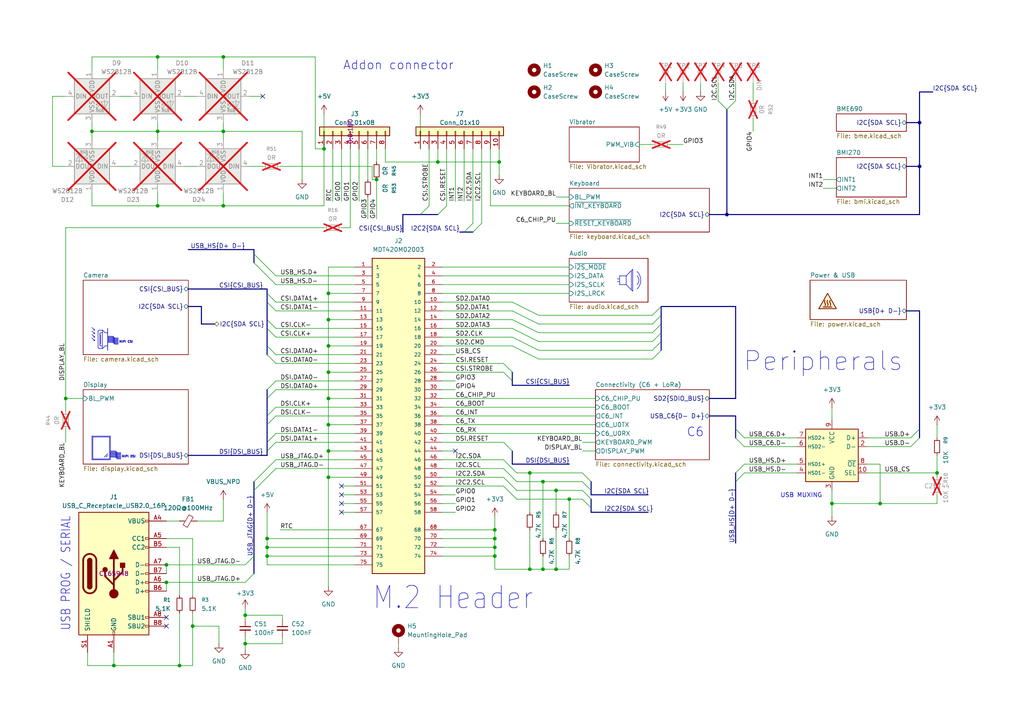
<source format=kicad_sch>
(kicad_sch (version 20250114) (generator "eeschema") (generator_version "9.0")
  (paper "A4")
  (arc (start 184.785 78.74) (mid 185.8371 81.28) (end 184.785 83.82))
  (arc (start 184.785 80.01) (mid 185.3111 81.28) (end 184.785 82.55))
  (text "M.2 Header" (at 107.95 177.292 0) (effects (font (size 6.4516 5.4838)) (justify left bottom)))
  (text "MIPI CSI" (at 36.576 99.314 0) (effects (font (size 0.635 0.635))))
  (text "Peripherals" (at 238.76 104.902 0) (effects (font (size 5.4838 5.4838))))
  (text "C6" (at 201.676 125.476 0) (effects (font (size 2.54 2.54))))
  (text "USB MUXING" (at 232.41 143.764 0) (effects (font (size 1.27 1.27))))
  (text "USB PROG / SERIAL" (at 20.574 183.134 90) (effects (font (size 2.54 2.159)) (justify left bottom)))
  (text "MIPI DSI" (at 37.338 132.588 0) (effects (font (size 0.635 0.635))))
  (text "Addon connector" (at 115.57 19.05 0) (effects (font (size 2.54 2.54))))
  (junction (at 161.29 142.24))
  (junction (at 95.25 115.57))
  (junction (at 161.29 165.1))
  (junction (at 19.05 115.57))
  (junction (at 255.27 146.05))
  (junction (at 95.25 123.19))
  (junction (at 71.12 178.435))
  (junction (at 95.25 107.95))
  (junction (at 93.98 43.18))
  (junction (at 143.51 161.29))
  (junction (at 165.1 144.78))
  (junction (at 210.82 62.23))
  (junction (at 64.77 16.51))
  (junction (at 33.02 193.04))
  (junction (at 266.7 48.26))
  (junction (at 95.25 92.71))
  (junction (at 48.26 168.91))
  (junction (at 95.25 85.09))
  (junction (at 77.47 161.29))
  (junction (at 241.3 146.05))
  (junction (at 95.25 130.81))
  (junction (at 266.7 35.56))
  (junction (at 144.78 46.99))
  (junction (at 48.26 163.83))
  (junction (at 153.67 137.16))
  (junction (at 143.51 156.21))
  (junction (at 55.88 181.61))
  (junction (at 153.67 165.1))
  (junction (at 71.12 186.69))
  (junction (at 45.72 59.69))
  (junction (at 52.07 193.04))
  (junction (at 64.77 38.1))
  (junction (at 26.67 38.1))
  (junction (at 95.25 138.43))
  (junction (at 143.51 153.67))
  (junction (at 143.51 158.75))
  (junction (at 157.48 139.7))
  (junction (at 64.77 59.69))
  (junction (at 95.25 100.33))
  (junction (at 109.22 52.07))
  (junction (at 127 46.99))
  (junction (at 157.48 165.1))
  (junction (at 45.72 38.1))
  (junction (at 77.47 158.75))
  (junction (at 77.47 156.21))
  (junction (at 45.72 16.51))
  (junction (at 271.78 137.16))
  (no_connect (at 48.26 181.61))
  (no_connect (at 76.2 27.94))
  (no_connect (at 132.08 130.81))
  (no_connect (at 99.06 146.05))
  (no_connect (at 99.06 143.51))
  (no_connect (at 48.26 179.07))
  (no_connect (at 99.06 148.59))
  (no_connect (at 99.06 140.97))
  (bus_entry (at 73.66 161.29) (size -2.54 2.54))
  (bus_entry (at 213.36 139.7) (size 2.54 -2.54))
  (bus_entry (at 191.77 99.06) (size -2.54 2.54))
  (bus_entry (at 73.66 142.24) (size 2.54 -2.54))
  (bus_entry (at 191.77 91.44) (size -2.54 2.54))
  (bus_entry (at 73.66 76.2) (size 2.54 2.54))
  (bus_entry (at 127 62.23) (size 2.54 -2.54))
  (bus_entry (at 210.82 31.75) (size -2.54 -2.54))
  (bus_entry (at 168.91 142.24) (size 2.54 2.54))
  (bus_entry (at 168.91 139.7) (size 2.54 2.54))
  (bus_entry (at 73.66 139.7) (size 2.54 -2.54))
  (bus_entry (at 213.36 137.16) (size 2.54 -2.54))
  (bus_entry (at 213.36 127) (size 2.54 2.54))
  (bus_entry (at 191.77 88.9) (size -2.54 2.54))
  (bus_entry (at 264.16 129.54) (size 2.54 -2.54))
  (bus_entry (at 77.47 102.87) (size 2.54 2.54))
  (bus_entry (at 210.82 31.75) (size 2.54 -2.54))
  (bus_entry (at 77.47 113.03) (size 2.54 -2.54))
  (bus_entry (at 139.7 64.77) (size -2.54 2.54))
  (bus_entry (at 77.47 92.71) (size 2.54 2.54))
  (bus_entry (at 213.36 124.46) (size 2.54 2.54))
  (bus_entry (at 191.77 96.52) (size -2.54 2.54))
  (bus_entry (at 121.92 62.23) (size 2.54 -2.54))
  (bus_entry (at 77.47 128.27) (size 2.54 -2.54))
  (bus_entry (at 148.59 130.81) (size -2.54 -2.54))
  (bus_entry (at 77.47 87.63) (size 2.54 2.54))
  (bus_entry (at 168.91 137.16) (size 2.54 2.54))
  (bus_entry (at 77.47 120.65) (size 2.54 -2.54))
  (bus_entry (at 77.47 85.09) (size 2.54 2.54))
  (bus_entry (at 137.16 64.77) (size -2.54 2.54))
  (bus_entry (at 77.47 115.57) (size 2.54 -2.54))
  (bus_entry (at 73.66 166.37) (size -2.54 2.54))
  (bus_entry (at 77.47 95.25) (size 2.54 2.54))
  (bus_entry (at 191.77 93.98) (size -2.54 2.54))
  (bus_entry (at 191.77 101.6) (size -2.54 2.54))
  (bus_entry (at 264.16 127) (size 2.54 -2.54))
  (bus_entry (at 148.59 107.95) (size -2.54 -2.54))
  (bus_entry (at 168.91 144.78) (size 2.54 2.54))
  (bus_entry (at 148.59 110.49) (size -2.54 -2.54))
  (bus_entry (at 77.47 100.33) (size 2.54 2.54))
  (bus_entry (at 77.47 130.81) (size 2.54 -2.54))
  (bus_entry (at 73.66 73.66) (size 2.54 2.54))
  (bus_entry (at 77.47 123.19) (size 2.54 -2.54))
  (bus (pts (xy 73.66 73.66) (xy 73.66 76.2)))
  (wire (pts (xy 203.2 24.13) (xy 203.2 26.67)))
  (polyline (pts (xy 32.004 132.588) (xy 33.528 132.588)))
  (polyline (pts (xy 28.448 100.838) (xy 28.702 101.092)))
  (wire (pts (xy 95.25 115.57) (xy 102.87 115.57)))
  (polyline (pts (xy 33.274 98.552) (xy 34.29 98.552)))
  (wire (pts (xy 185.42 41.91) (xy 189.23 41.91)))
  (wire (pts (xy 109.22 43.18) (xy 109.22 46.99)))
  (wire (pts (xy 168.91 130.81) (xy 172.72 130.81)))
  (wire (pts (xy 57.15 151.13) (xy 64.77 151.13)))
  (wire (pts (xy 87.63 38.1) (xy 87.63 52.07)))
  (wire (pts (xy 64.77 144.78) (xy 64.77 151.13)))
  (wire (pts (xy 26.67 35.56) (xy 26.67 38.1)))
  (bus (pts (xy 171.45 144.78) (xy 171.45 147.32)))
  (polyline (pts (xy 179.705 80.01) (xy 179.705 82.55)))
  (wire (pts (xy 128.27 146.05) (xy 132.08 146.05)))
  (wire (pts (xy 95.25 138.43) (xy 95.25 170.18)))
  (polyline (pts (xy 183.134 78.613) (xy 183.134 83.947)))
  (wire (pts (xy 71.12 184.785) (xy 71.12 186.69)))
  (bus (pts (xy 213.36 88.9) (xy 213.36 115.57)))
  (wire (pts (xy 77.47 158.75) (xy 77.47 161.29)))
  (wire (pts (xy 95.25 123.19) (xy 95.25 115.57)))
  (wire (pts (xy 93.98 33.02) (xy 93.98 43.18)))
  (wire (pts (xy 255.27 134.62) (xy 255.27 146.05)))
  (wire (pts (xy 241.3 118.11) (xy 241.3 121.92)))
  (wire (pts (xy 156.21 101.6) (xy 189.23 101.6)))
  (wire (pts (xy 198.12 41.91) (xy 194.31 41.91)))
  (polyline (pts (xy 29.21 100.33) (xy 29.718 100.33)))
  (bus (pts (xy 73.66 72.39) (xy 73.66 73.66)))
  (polyline (pts (xy 32.766 97.79) (xy 33.274 98.298)))
  (polyline (pts (xy 32.004 132.08) (xy 33.528 132.08)))
  (wire (pts (xy 55.88 181.61) (xy 63.5 181.61)))
  (wire (pts (xy 127 46.99) (xy 144.78 46.99)))
  (wire (pts (xy 71.12 186.69) (xy 71.12 188.595)))
  (wire (pts (xy 149.86 144.78) (xy 165.1 144.78)))
  (polyline (pts (xy 26.924 126.746) (xy 31.75 126.746)))
  (wire (pts (xy 99.06 43.18) (xy 99.06 58.42)))
  (wire (pts (xy 95.25 130.81) (xy 95.25 123.19)))
  (polyline (pts (xy 28.702 95.758) (xy 29.718 95.758)))
  (bus (pts (xy 133.35 67.31) (xy 134.62 67.31)))
  (wire (pts (xy 153.67 153.67) (xy 153.67 165.1)))
  (wire (pts (xy 80.01 87.63) (xy 102.87 87.63)))
  (polyline (pts (xy 29.718 95.758) (xy 29.718 101.092)))
  (polyline (pts (xy 27.178 96.774) (xy 27.432 96.774)))
  (polyline (pts (xy 33.528 131.572) (xy 34.036 132.08)))
  (polyline (pts (xy 27.178 98.806) (xy 27.432 98.806)))
  (wire (pts (xy 128.27 87.63) (xy 148.59 87.63)))
  (wire (pts (xy 80.01 133.35) (xy 76.2 137.16)))
  (wire (pts (xy 161.29 165.1) (xy 157.48 165.1)))
  (wire (pts (xy 153.67 165.1) (xy 157.48 165.1)))
  (wire (pts (xy 271.78 146.05) (xy 255.27 146.05)))
  (polyline (pts (xy 33.274 98.298) (xy 34.29 98.298)))
  (polyline (pts (xy 181.61 80.01) (xy 181.61 82.55)))
  (wire (pts (xy 128.27 156.21) (xy 143.51 156.21)))
  (wire (pts (xy 45.72 59.69) (xy 64.77 59.69)))
  (wire (pts (xy 80.01 133.35) (xy 102.87 133.35)))
  (polyline (pts (xy 34.036 131.572) (xy 35.052 131.572)))
  (bus (pts (xy 77.47 115.57) (xy 77.47 113.03)))
  (bus (pts (xy 266.7 90.17) (xy 266.7 124.46)))
  (wire (pts (xy 153.67 137.16) (xy 168.91 137.16)))
  (polyline (pts (xy 33.274 99.568) (xy 34.29 99.568)))
  (wire (pts (xy 80.01 135.89) (xy 76.2 139.7)))
  (bus (pts (xy 77.47 85.09) (xy 77.47 87.63)))
  (wire (pts (xy 143.51 156.21) (xy 143.51 158.75)))
  (wire (pts (xy 157.48 139.7) (xy 157.48 156.21)))
  (wire (pts (xy 241.3 149.86) (xy 241.3 146.05)))
  (bus (pts (xy 213.36 120.65) (xy 213.36 124.46)))
  (wire (pts (xy 81.915 178.435) (xy 81.915 179.705)))
  (polyline (pts (xy 32.766 99.314) (xy 33.274 99.822)))
  (wire (pts (xy 45.72 55.88) (xy 45.72 59.69)))
  (wire (pts (xy 213.36 29.21) (xy 213.36 24.13)))
  (wire (pts (xy 251.46 129.54) (xy 264.16 129.54)))
  (wire (pts (xy 26.67 38.1) (xy 45.72 38.1)))
  (wire (pts (xy 52.07 158.75) (xy 52.07 172.72)))
  (polyline (pts (xy 32.766 98.552) (xy 33.274 99.06)))
  (wire (pts (xy 95.25 100.33) (xy 95.25 92.71)))
  (wire (pts (xy 148.59 100.33) (xy 156.21 104.14)))
  (wire (pts (xy 128.27 143.51) (xy 132.08 143.51)))
  (bus (pts (xy 77.47 120.65) (xy 77.47 123.19)))
  (bus (pts (xy 77.47 83.82) (xy 77.47 85.09)))
  (wire (pts (xy 127 43.18) (xy 127 46.99)))
  (wire (pts (xy 81.28 153.67) (xy 102.87 153.67)))
  (wire (pts (xy 80.01 82.55) (xy 102.87 82.55)))
  (wire (pts (xy 80.01 105.41) (xy 102.87 105.41)))
  (bus (pts (xy 148.59 107.95) (xy 148.59 110.49)))
  (wire (pts (xy 218.44 34.29) (xy 218.44 38.1)))
  (wire (pts (xy 80.01 80.01) (xy 102.87 80.01)))
  (polyline (pts (xy 29.21 97.028) (xy 29.21 99.822)))
  (wire (pts (xy 95.25 100.33) (xy 102.87 100.33)))
  (polyline (pts (xy 31.242 99.314) (xy 32.766 99.314)))
  (wire (pts (xy 63.5 181.61) (xy 63.5 186.69)))
  (wire (pts (xy 144.78 43.18) (xy 144.78 46.99)))
  (polyline (pts (xy 30.48 100.33) (xy 31.242 100.33)))
  (wire (pts (xy 139.7 43.18) (xy 139.7 64.77)))
  (polyline (pts (xy 26.924 133.096) (xy 31.75 133.096)))
  (wire (pts (xy 26.67 55.88) (xy 26.67 59.69)))
  (polyline (pts (xy 29.718 101.092) (xy 30.48 100.33)))
  (bus (pts (xy 262.89 35.56) (xy 266.7 35.56)))
  (bus (pts (xy 210.82 31.75) (xy 210.82 62.23)))
  (wire (pts (xy 128.27 118.11) (xy 172.72 118.11)))
  (bus (pts (xy 191.77 96.52) (xy 191.77 99.06)))
  (wire (pts (xy 128.27 92.71) (xy 148.59 92.71)))
  (wire (pts (xy 165.1 161.29) (xy 165.1 165.1)))
  (polyline (pts (xy 33.528 130.81) (xy 34.036 131.318)))
  (polyline (pts (xy 32.004 131.318) (xy 33.528 131.318)))
  (polyline (pts (xy 33.274 98.806) (xy 34.29 98.806)))
  (wire (pts (xy 271.78 143.51) (xy 271.78 146.05)))
  (wire (pts (xy 146.05 138.43) (xy 149.86 142.24)))
  (wire (pts (xy 251.46 137.16) (xy 271.78 137.16)))
  (polyline (pts (xy 27.432 98.552) (xy 27.432 98.806)))
  (wire (pts (xy 77.47 163.83) (xy 102.87 163.83)))
  (polyline (pts (xy 32.004 131.064) (xy 33.528 131.064)))
  (wire (pts (xy 80.01 118.11) (xy 102.87 118.11)))
  (wire (pts (xy 95.25 130.81) (xy 102.87 130.81)))
  (polyline (pts (xy 33.528 132.08) (xy 34.036 132.588)))
  (wire (pts (xy 19.05 119.38) (xy 19.05 115.57)))
  (wire (pts (xy 128.27 148.59) (xy 132.08 148.59)))
  (wire (pts (xy 157.48 161.29) (xy 157.48 165.1)))
  (bus (pts (xy 54.61 88.9) (xy 58.42 88.9)))
  (polyline (pts (xy 33.528 132.334) (xy 34.036 132.842)))
  (wire (pts (xy 148.59 92.71) (xy 156.21 96.52)))
  (wire (pts (xy 33.02 193.04) (xy 33.02 189.23)))
  (wire (pts (xy 109.22 52.07) (xy 109.22 63.5)))
  (bus (pts (xy 191.77 91.44) (xy 191.77 93.98)))
  (wire (pts (xy 148.59 87.63) (xy 156.21 91.44)))
  (wire (pts (xy 156.21 99.06) (xy 189.23 99.06)))
  (bus (pts (xy 77.47 95.25) (xy 77.47 100.33)))
  (bus (pts (xy 171.45 143.51) (xy 187.96 143.51)))
  (wire (pts (xy 64.77 59.69) (xy 93.98 59.69)))
  (wire (pts (xy 19.05 124.46) (xy 19.05 128.27)))
  (wire (pts (xy 121.92 33.02) (xy 121.92 43.18)))
  (wire (pts (xy 149.86 137.16) (xy 153.67 137.16)))
  (wire (pts (xy 80.01 90.17) (xy 102.87 90.17)))
  (wire (pts (xy 149.86 139.7) (xy 157.48 139.7)))
  (polyline (pts (xy 27.432 96.52) (xy 27.432 96.774)))
  (wire (pts (xy 55.88 181.61) (xy 55.88 193.04)))
  (bus (pts (xy 266.7 48.26) (xy 262.89 48.26)))
  (polyline (pts (xy 33.274 99.06) (xy 34.29 99.06)))
  (polyline (pts (xy 33.528 131.064) (xy 34.036 131.572)))
  (polyline (pts (xy 179.07 80.899) (xy 179.578 80.899)))
  (wire (pts (xy 143.51 158.75) (xy 143.51 161.29)))
  (wire (pts (xy 48.26 168.91) (xy 48.26 171.45)))
  (bus (pts (xy 77.47 128.27) (xy 77.47 130.81)))
  (wire (pts (xy 77.47 161.29) (xy 102.87 161.29)))
  (polyline (pts (xy 28.448 96.012) (xy 28.702 95.758)))
  (wire (pts (xy 15.24 27.94) (xy 19.05 27.94)))
  (polyline (pts (xy 31.242 99.06) (xy 32.766 99.06)))
  (polyline (pts (xy 33.274 99.822) (xy 34.29 99.822)))
  (wire (pts (xy 64.77 16.51) (xy 64.77 20.32)))
  (wire (pts (xy 156.21 96.52) (xy 189.23 96.52)))
  (wire (pts (xy 168.91 128.27) (xy 172.72 128.27)))
  (polyline (pts (xy 32.766 97.536) (xy 33.274 98.044)))
  (polyline (pts (xy 183.515 78.105) (xy 183.515 84.455)))
  (wire (pts (xy 45.72 16.51) (xy 45.72 20.32)))
  (wire (pts (xy 99.06 143.51) (xy 102.87 143.51)))
  (wire (pts (xy 142.24 43.18) (xy 142.24 59.69)))
  (wire (pts (xy 95.25 85.09) (xy 102.87 85.09)))
  (wire (pts (xy 161.29 153.67) (xy 161.29 165.1)))
  (wire (pts (xy 128.27 95.25) (xy 148.59 95.25)))
  (wire (pts (xy 95.25 107.95) (xy 95.25 100.33)))
  (wire (pts (xy 143.51 153.67) (xy 143.51 156.21)))
  (wire (pts (xy 128.27 130.81) (xy 132.08 130.81)))
  (wire (pts (xy 99.06 66.04) (xy 101.6 66.04)))
  (wire (pts (xy 19.05 66.04) (xy 19.05 115.57)))
  (wire (pts (xy 77.47 148.59) (xy 77.47 156.21)))
  (bus (pts (xy 205.74 120.65) (xy 213.36 120.65)))
  (wire (pts (xy 161.29 142.24) (xy 161.29 148.59)))
  (bus (pts (xy 77.47 123.19) (xy 77.47 128.27)))
  (bus (pts (xy 171.45 148.59) (xy 187.96 148.59)))
  (bus (pts (xy 266.7 124.46) (xy 266.7 127)))
  (wire (pts (xy 215.9 127) (xy 231.14 127)))
  (wire (pts (xy 241.3 142.24) (xy 241.3 146.05)))
  (wire (pts (xy 19.05 48.26) (xy 15.24 48.26)))
  (wire (pts (xy 48.26 163.83) (xy 48.26 166.37)))
  (wire (pts (xy 93.98 43.18) (xy 93.98 59.69)))
  (polyline (pts (xy 27.432 95.504) (xy 27.432 95.758)))
  (polyline (pts (xy 33.528 131.318) (xy 34.036 131.826)))
  (wire (pts (xy 115.57 186.69) (xy 115.57 187.96)))
  (bus (pts (xy 116.84 67.31) (xy 116.84 62.23)))
  (bus (pts (xy 270.51 26.67) (xy 266.7 26.67)))
  (wire (pts (xy 80.01 102.87) (xy 102.87 102.87)))
  (bus (pts (xy 73.66 142.24) (xy 73.66 161.29)))
  (polyline (pts (xy 26.67 97.028) (xy 27.432 97.79)))
  (polyline (pts (xy 32.766 98.806) (xy 33.274 99.314)))
  (wire (pts (xy 55.88 177.8) (xy 55.88 181.61)))
  (polyline (pts (xy 31.242 97.79) (xy 32.766 97.79)))
  (wire (pts (xy 95.25 77.47) (xy 102.87 77.47)))
  (polyline (pts (xy 31.242 98.552) (xy 32.766 98.552)))
  (wire (pts (xy 215.9 134.62) (xy 231.14 134.62)))
  (polyline (pts (xy 34.036 132.588) (xy 35.052 132.588)))
  (polyline (pts (xy 26.67 126.492) (xy 32.004 126.492)))
  (wire (pts (xy 148.59 97.79) (xy 156.21 101.6)))
  (bus (pts (xy 58.42 88.9) (xy 58.42 93.98)))
  (polyline (pts (xy 32.766 99.06) (xy 33.274 99.568)))
  (polyline (pts (xy 34.036 132.08) (xy 35.052 132.08)))
  (wire (pts (xy 24.13 115.57) (xy 19.05 115.57)))
  (bus (pts (xy 54.61 72.39) (xy 73.66 72.39)))
  (polyline (pts (xy 32.766 98.044) (xy 33.274 98.552)))
  (polyline (pts (xy 33.528 131.826) (xy 34.036 132.334)))
  (polyline (pts (xy 29.21 96.52) (xy 29.718 96.52)))
  (wire (pts (xy 128.27 105.41) (xy 146.05 105.41)))
  (wire (pts (xy 111.76 46.99) (xy 127 46.99)))
  (wire (pts (xy 45.72 35.56) (xy 45.72 38.1)))
  (wire (pts (xy 271.78 132.08) (xy 271.78 137.16)))
  (bus (pts (xy 266.7 35.56) (xy 266.7 48.26)))
  (wire (pts (xy 34.29 48.26) (xy 38.1 48.26)))
  (wire (pts (xy 137.16 43.18) (xy 137.16 64.77)))
  (wire (pts (xy 128.27 128.27) (xy 146.05 128.27)))
  (bus (pts (xy 54.61 83.82) (xy 77.47 83.82)))
  (wire (pts (xy 64.77 55.88) (xy 64.77 59.69)))
  (wire (pts (xy 146.05 133.35) (xy 149.86 137.16)))
  (wire (pts (xy 208.28 24.13) (xy 208.28 29.21)))
  (bus (pts (xy 171.45 142.24) (xy 171.45 143.51)))
  (wire (pts (xy 128.27 77.47) (xy 165.1 77.47)))
  (wire (pts (xy 128.27 100.33) (xy 148.59 100.33)))
  (wire (pts (xy 128.27 85.09) (xy 165.1 85.09)))
  (wire (pts (xy 128.27 125.73) (xy 172.72 125.73)))
  (wire (pts (xy 64.77 38.1) (xy 64.77 40.64)))
  (wire (pts (xy 72.39 27.94) (xy 76.2 27.94)))
  (polyline (pts (xy 31.75 126.746) (xy 31.75 133.096)))
  (wire (pts (xy 48.26 158.75) (xy 52.07 158.75)))
  (wire (pts (xy 271.78 137.16) (xy 271.78 138.43)))
  (bus (pts (xy 77.47 87.63) (xy 77.47 92.71)))
  (polyline (pts (xy 26.924 126.746) (xy 26.924 133.096)))
  (polyline (pts (xy 27.432 97.536) (xy 27.432 97.79)))
  (wire (pts (xy 156.21 93.98) (xy 189.23 93.98)))
  (bus (pts (xy 266.7 62.23) (xy 266.7 48.26)))
  (wire (pts (xy 128.27 102.87) (xy 132.08 102.87)))
  (wire (pts (xy 107.95 52.07) (xy 109.22 52.07)))
  (wire (pts (xy 165.1 165.1) (xy 161.29 165.1)))
  (wire (pts (xy 25.4 193.04) (xy 33.02 193.04)))
  (wire (pts (xy 128.27 110.49) (xy 132.08 110.49)))
  (polyline (pts (xy 34.036 131.826) (xy 35.052 131.826)))
  (polyline (pts (xy 28.956 100.076) (xy 29.21 100.33)))
  (wire (pts (xy 238.76 54.61) (xy 242.57 54.61)))
  (wire (pts (xy 128.27 97.79) (xy 148.59 97.79)))
  (bus (pts (xy 191.77 88.9) (xy 191.77 91.44)))
  (bus (pts (xy 54.61 132.08) (xy 77.47 132.08)))
  (wire (pts (xy 34.29 27.94) (xy 38.1 27.94)))
  (polyline (pts (xy 26.67 98.044) (xy 27.432 98.806)))
  (wire (pts (xy 128.27 123.19) (xy 172.72 123.19)))
  (bus (pts (xy 127 62.23) (xy 121.92 62.23)))
  (bus (pts (xy 191.77 99.06) (xy 191.77 101.6)))
  (polyline (pts (xy 28.702 101.092) (xy 29.718 101.092)))
  (wire (pts (xy 26.67 20.32) (xy 26.67 16.51)))
  (polyline (pts (xy 26.67 133.35) (xy 32.004 133.35)))
  (wire (pts (xy 48.26 151.13) (xy 52.07 151.13)))
  (wire (pts (xy 157.48 139.7) (xy 168.91 139.7)))
  (polyline (pts (xy 179.07 81.661) (xy 179.578 81.661)))
  (wire (pts (xy 80.01 120.65) (xy 102.87 120.65)))
  (wire (pts (xy 165.1 59.69) (xy 142.24 59.69)))
  (wire (pts (xy 95.25 115.57) (xy 95.25 107.95)))
  (wire (pts (xy 52.07 177.8) (xy 52.07 193.04)))
  (wire (pts (xy 81.28 48.26) (xy 107.95 48.26)))
  (bus (pts (xy 77.47 120.65) (xy 77.47 115.57)))
  (polyline (pts (xy 34.036 132.334) (xy 35.052 132.334)))
  (polyline (pts (xy 29.21 96.52) (xy 28.956 96.774)))
  (wire (pts (xy 76.2 76.2) (xy 80.01 80.01)))
  (wire (pts (xy 146.05 135.89) (xy 149.86 139.7)))
  (wire (pts (xy 104.14 43.18) (xy 104.14 58.42)))
  (bus (pts (xy 205.74 62.23) (xy 210.82 62.23)))
  (wire (pts (xy 77.47 158.75) (xy 102.87 158.75)))
  (polyline (pts (xy 31.242 95.25) (xy 31.242 101.6)))
  (wire (pts (xy 215.9 129.54) (xy 231.14 129.54)))
  (bus (pts (xy 213.36 139.7) (xy 213.36 157.48)))
  (bus (pts (xy 58.42 93.98) (xy 62.23 93.98)))
  (polyline (pts (xy 30.48 96.52) (xy 31.242 96.52)))
  (wire (pts (xy 128.27 90.17) (xy 148.59 90.17)))
  (wire (pts (xy 128.27 135.89) (xy 146.05 135.89)))
  (wire (pts (xy 48.26 168.91) (xy 71.12 168.91)))
  (wire (pts (xy 161.29 142.24) (xy 168.91 142.24)))
  (wire (pts (xy 238.76 52.07) (xy 242.57 52.07)))
  (polyline (pts (xy 31.242 98.298) (xy 32.766 98.298)))
  (wire (pts (xy 96.52 43.18) (xy 96.52 58.42)))
  (wire (pts (xy 153.67 137.16) (xy 153.67 148.59)))
  (wire (pts (xy 26.67 59.69) (xy 45.72 59.69)))
  (wire (pts (xy 128.27 113.03) (xy 132.08 113.03)))
  (wire (pts (xy 99.06 148.59) (xy 102.87 148.59)))
  (wire (pts (xy 53.34 27.94) (xy 57.15 27.94)))
  (wire (pts (xy 128.27 140.97) (xy 146.05 140.97)))
  (polyline (pts (xy 27.178 97.79) (xy 27.432 97.79)))
  (wire (pts (xy 198.12 24.13) (xy 198.12 26.67)))
  (wire (pts (xy 48.26 163.83) (xy 71.12 163.83)))
  (wire (pts (xy 95.25 92.71) (xy 95.25 85.09)))
  (wire (pts (xy 95.25 85.09) (xy 95.25 77.47)))
  (wire (pts (xy 80.01 128.27) (xy 102.87 128.27)))
  (wire (pts (xy 26.67 16.51) (xy 45.72 16.51)))
  (polyline (pts (xy 179.705 82.55) (xy 181.61 82.55)))
  (wire (pts (xy 128.27 161.29) (xy 143.51 161.29)))
  (wire (pts (xy 161.29 64.77) (xy 165.1 64.77)))
  (wire (pts (xy 134.62 43.18) (xy 134.62 58.42)))
  (bus (pts (xy 148.59 110.49) (xy 148.59 111.76)))
  (polyline (pts (xy 179.705 80.01) (xy 181.61 80.01)))
  (wire (pts (xy 146.05 140.97) (xy 149.86 144.78)))
  (wire (pts (xy 143.51 165.1) (xy 143.51 161.29)))
  (polyline (pts (xy 28.448 96.012) (xy 28.448 100.838)))
  (wire (pts (xy 165.1 144.78) (xy 168.91 144.78)))
  (bus (pts (xy 191.77 93.98) (xy 191.77 96.52)))
  (wire (pts (xy 218.44 24.13) (xy 218.44 29.21)))
  (polyline (pts (xy 33.528 132.588) (xy 34.036 133.096)))
  (wire (pts (xy 80.01 95.25) (xy 102.87 95.25)))
  (polyline (pts (xy 32.004 131.826) (xy 33.528 131.826)))
  (wire (pts (xy 251.46 127) (xy 264.16 127)))
  (wire (pts (xy 99.06 140.97) (xy 102.87 140.97)))
  (wire (pts (xy 111.76 43.18) (xy 111.76 46.99)))
  (wire (pts (xy 71.12 176.53) (xy 71.12 178.435)))
  (wire (pts (xy 71.12 186.69) (xy 81.915 186.69)))
  (bus (pts (xy 213.36 137.16) (xy 213.36 139.7)))
  (bus (pts (xy 77.47 92.71) (xy 77.47 95.25)))
  (wire (pts (xy 45.72 38.1) (xy 64.77 38.1)))
  (wire (pts (xy 101.6 43.18) (xy 101.6 66.04)))
  (polyline (pts (xy 26.67 126.492) (xy 26.67 133.35)))
  (bus (pts (xy 262.89 90.17) (xy 266.7 90.17)))
  (wire (pts (xy 25.4 189.23) (xy 25.4 193.04)))
  (polyline (pts (xy 30.226 132.588) (xy 31.242 131.572)))
  (wire (pts (xy 77.47 156.21) (xy 102.87 156.21)))
  (wire (pts (xy 106.68 57.15) (xy 106.68 63.5)))
  (polyline (pts (xy 33.274 98.044) (xy 34.29 98.044)))
  (wire (pts (xy 81.915 186.69) (xy 81.915 184.785)))
  (wire (pts (xy 64.77 35.56) (xy 64.77 38.1)))
  (wire (pts (xy 80.01 125.73) (xy 102.87 125.73)))
  (wire (pts (xy 95.25 130.81) (xy 95.25 138.43)))
  (wire (pts (xy 77.47 161.29) (xy 77.47 163.83)))
  (wire (pts (xy 45.72 38.1) (xy 45.72 40.64)))
  (polyline (pts (xy 29.718 95.758) (xy 30.48 96.52)))
  (wire (pts (xy 76.2 78.74) (xy 80.01 82.55)))
  (wire (pts (xy 53.34 48.26) (xy 57.15 48.26)))
  (bus (pts (xy 77.47 100.33) (xy 77.47 102.87)))
  (wire (pts (xy 93.98 66.04) (xy 19.05 66.04)))
  (polyline (pts (xy 30.734 132.588) (xy 31.242 132.08)))
  (bus (pts (xy 148.59 111.76) (xy 165.1 111.76)))
  (bus (pts (xy 121.92 62.23) (xy 116.84 62.23)))
  (polyline (pts (xy 34.036 133.096) (xy 35.052 133.096)))
  (wire (pts (xy 80.01 135.89) (xy 102.87 135.89)))
  (wire (pts (xy 156.21 91.44) (xy 189.23 91.44)))
  (wire (pts (xy 128.27 133.35) (xy 146.05 133.35)))
  (polyline (pts (xy 32.766 98.298) (xy 33.274 98.806)))
  (wire (pts (xy 91.44 16.51) (xy 91.44 43.18)))
  (bus (pts (xy 266.7 26.67) (xy 266.7 35.56)))
  (bus (pts (xy 77.47 132.08) (xy 77.47 130.81)))
  (polyline (pts (xy 32.004 131.572) (xy 33.528 131.572)))
  (wire (pts (xy 124.46 43.18) (xy 124.46 59.69)))
  (wire (pts (xy 128.27 107.95) (xy 146.05 107.95)))
  (wire (pts (xy 72.39 48.26) (xy 76.2 48.26)))
  (wire (pts (xy 144.78 46.99) (xy 144.78 50.8)))
  (bus (pts (xy 134.62 67.31) (xy 137.16 67.31)))
  (polyline (pts (xy 181.61 82.55) (xy 183.515 84.455)))
  (wire (pts (xy 26.67 38.1) (xy 26.67 40.64)))
  (wire (pts (xy 128.27 82.55) (xy 165.1 82.55)))
  (bus (pts (xy 73.66 139.7) (xy 73.66 142.24)))
  (bus (pts (xy 191.77 88.9) (xy 213.36 88.9)))
  (polyline (pts (xy 26.67 96.012) (xy 27.432 96.774)))
  (wire (pts (xy 95.25 92.71) (xy 102.87 92.71)))
  (bus (pts (xy 171.45 147.32) (xy 171.45 148.59)))
  (bus (pts (xy 171.45 139.7) (xy 171.45 142.24)))
  (wire (pts (xy 251.46 134.62) (xy 255.27 134.62)))
  (wire (pts (xy 71.12 178.435) (xy 71.12 179.705)))
  (wire (pts (xy 95.25 107.95) (xy 102.87 107.95)))
  (wire (pts (xy 128.27 138.43) (xy 146.05 138.43)))
  (wire (pts (xy 91.44 43.18) (xy 93.98 43.18)))
  (wire (pts (xy 64.77 38.1) (xy 87.63 38.1)))
  (wire (pts (xy 148.59 90.17) (xy 156.21 93.98)))
  (wire (pts (xy 129.54 43.18) (xy 129.54 59.69)))
  (wire (pts (xy 161.29 57.15) (xy 165.1 57.15)))
  (wire (pts (xy 128.27 120.65) (xy 172.72 120.65)))
  (wire (pts (xy 128.27 153.67) (xy 143.51 153.67)))
  (wire (pts (xy 148.59 95.25) (xy 156.21 99.06)))
  (bus (pts (xy 73.66 161.29) (xy 73.66 166.37)))
  (wire (pts (xy 95.25 123.19) (xy 102.87 123.19)))
  (bus (pts (xy 213.36 124.46) (xy 213.36 127)))
  (polyline (pts (xy 32.004 126.492) (xy 32.004 133.35)))
  (wire (pts (xy 45.72 16.51) (xy 64.77 16.51)))
  (wire (pts (xy 128.27 115.57) (xy 172.72 115.57)))
  (wire (pts (xy 143.51 165.1) (xy 153.67 165.1)))
  (wire (pts (xy 15.24 48.26) (xy 15.24 27.94)))
  (polyline (pts (xy 33.274 99.314) (xy 34.29 99.314)))
  (polyline (pts (xy 32.004 130.81) (xy 33.528 130.81)))
  (polyline (pts (xy 34.036 131.318) (xy 35.052 131.318)))
  (wire (pts (xy 193.04 24.13) (xy 193.04 26.67)))
  (polyline (pts (xy 31.242 98.806) (xy 32.766 98.806)))
  (wire (pts (xy 80.01 113.03) (xy 102.87 113.03)))
  (wire (pts (xy 55.88 156.21) (xy 55.88 172.72)))
  (wire (pts (xy 271.78 123.19) (xy 271.78 127)))
  (wire (pts (xy 215.9 137.16) (xy 231.14 137.16)))
  (wire (pts (xy 52.07 193.04) (xy 33.02 193.04)))
  (wire (pts (xy 55.88 193.04) (xy 52.07 193.04)))
  (wire (pts (xy 132.08 43.18) (xy 132.08 58.42)))
  (wire (pts (xy 128.27 158.75) (xy 143.51 158.75)))
  (wire (pts (xy 255.27 146.05) (xy 241.3 146.05)))
  (bus (pts (xy 210.82 62.23) (xy 266.7 62.23)))
  (wire (pts (xy 143.51 149.86) (xy 143.51 153.67)))
  (bus (pts (xy 148.59 130.81) (xy 148.59 134.62)))
  (wire (pts (xy 149.86 142.24) (xy 161.29 142.24)))
  (wire (pts (xy 95.25 138.43) (xy 102.87 138.43)))
  (polyline (pts (xy 31.242 97.536) (xy 32.766 97.536)))
  (polyline (pts (xy 31.242 95.25) (xy 31.242 101.6)))
  (polyline (pts (xy 28.956 96.774) (xy 28.956 100.076)))
  (polyline (pts (xy 26.67 94.996) (xy 27.432 95.758)))
  (wire (pts (xy 48.26 156.21) (xy 55.88 156.21)))
  (bus (pts (xy 205.74 115.57) (xy 213.36 115.57)))
  (wire (pts (xy 106.68 43.18) (xy 106.68 52.07)))
  (polyline (pts (xy 32.004 132.334) (xy 33.528 132.334)))
  (wire (pts (xy 80.01 97.79) (xy 102.87 97.79)))
  (wire (pts (xy 156.21 104.14) (xy 189.23 104.14)))
  (wire (pts (xy 77.47 156.21) (xy 77.47 158.75)))
  (polyline (pts (xy 27.178 95.758) (xy 27.432 95.758)))
  (wire (pts (xy 128.27 80.01) (xy 165.1 80.01)))
  (polyline (pts (xy 31.242 98.044) (xy 32.766 98.044)))
  (wire (pts (xy 165.1 144.78) (xy 165.1 156.21)))
  (wire (pts (xy 80.01 110.49) (xy 102.87 110.49)))
  (wire (pts (xy 64.77 16.51) (xy 91.44 16.51)))
  (wire (pts (xy 99.06 146.05) (xy 102.87 146.05)))
  (wire (pts (xy 107.95 48.26) (xy 107.95 52.07)))
  (polyline (pts (xy 183.515 78.105) (xy 181.61 80.01)))
  (wire (pts (xy 71.12 178.435) (xy 81.915 178.435)))
  (bus (pts (xy 148.59 134.62) (xy 165.1 134.62)))
  (polyline (pts (xy 34.036 132.842) (xy 35.052 132.842)))
  (label "USB_HS{D+ D-}" (at 213.36 157.48 90))
  (label "INT2" (at 134.62 58.42 90))
  (label "INT2" (at 238.76 54.61 180))
  (label "C6_INT" (at 132.08 120.65 0))
  (label "CSI.DATA0-" (at 81.28 105.41 0))
  (label "I2C.SCL" (at 208.28 29.21 90))
  (label "USB_HS.D-" (at 81.28 82.55 0))
  (label "CSI.DATA0+" (at 81.28 102.87 0))
  (label "GPIO1" (at 101.6 58.42 90))
  (label "I2C.SCL" (at 132.08 135.89 0))
  (label "I2C{SDA SCL}" (at 270.51 26.67 0))
  (label "C6_TX" (at 132.08 123.19 0))
  (label "I2C2.SDA" (at 137.16 58.42 90))
  (label "C6_CHIP_PU" (at 132.08 115.57 0))
  (label "DSI.DATA1+" (at 81.28 128.27 0))
  (label "DISPLAY_BL" (at 19.05 110.49 90))
  (label "DSI.RESET" (at 132.08 128.27 0))
  (label "USB_C6.D-" (at 217.17 129.54 0))
  (label "GPIO4" (at 132.08 113.03 0))
  (label "CSI{CSI_BUS}" (at 152.4 111.76 0))
  (label "DSI{DSI_BUS}" (at 152.4 134.62 0))
  (label "CSI.DATA1+" (at 81.28 87.63 0))
  (label "I2C2{SDA SCL}" (at 133.35 67.31 180))
  (label "SD2.DATA1" (at 132.08 90.17 0))
  (label "RTC" (at 96.52 58.42 90))
  (label "GPIO1" (at 132.08 146.05 0))
  (label "CSI.CLK-" (at 81.28 95.25 0))
  (label "GPIO4" (at 218.44 38.1 270))
  (label "USB_JTAG.D-" (at 57.15 163.83 0))
  (label "CSI{CSI_BUS}" (at 116.84 67.31 180))
  (label "USB_JTAG{D+ D-}" (at 73.66 161.29 90))
  (label "DSI.DATA0-" (at 81.28 110.49 0))
  (label "SD2.DATA2" (at 132.08 92.71 0))
  (label "SD2.DATA0" (at 132.08 87.63 0))
  (label "USB_CS" (at 132.08 102.87 0))
  (label "CSI.RESET" (at 132.08 105.41 0))
  (label "I2C.SDA" (at 213.36 29.21 90))
  (label "CSI.DATA1-" (at 81.28 90.17 0))
  (label "GPIO3" (at 198.12 41.91 0))
  (label "CSI.RESET" (at 129.54 58.42 90))
  (label "I2C2.SCL" (at 132.08 140.97 0))
  (label "USB_JTAG.D-" (at 81.28 135.89 0))
  (label "KEYBOARD_BL" (at 161.29 57.15 180))
  (label "DSI.CLK-" (at 81.28 120.65 0))
  (label "DSI.DATA0+" (at 81.28 113.03 0))
  (label "DISPLAY_BL" (at 168.91 130.81 180))
  (label "USB.D-" (at 256.54 129.54 0))
  (label "RTC" (at 81.28 153.67 0))
  (label "I2C{SDA SCL}" (at 175.26 143.51 0))
  (label "GPIO0" (at 132.08 143.51 0))
  (label "I2C2.SCL" (at 139.7 58.42 90))
  (label "KEYBOARD_BL" (at 168.91 128.27 180))
  (label "DSI.CLK+" (at 81.28 118.11 0))
  (label "CSI.CLK+" (at 81.28 97.79 0))
  (label "SD2.CLK" (at 132.08 97.79 0))
  (label "GPIO4" (at 109.22 63.5 90))
  (label "I2C2{SDA SCL}" (at 175.26 148.59 0))
  (label "DSI{DSI_BUS}" (at 63.5 132.08 0))
  (label "USB_JTAG.D+" (at 81.28 133.35 0))
  (label "GPIO3" (at 132.08 110.49 0))
  (label "GPIO2" (at 104.14 58.42 90))
  (label "I2C2.SDA" (at 132.08 138.43 0))
  (label "C6_CHIP_PU" (at 161.29 64.77 180))
  (label "SD2.DATA3" (at 132.08 95.25 0))
  (label "KEYBOARD_BL" (at 19.05 128.27 270))
  (label "USB_HS{D+ D-}" (at 71.12 72.39 180))
  (label "USB_CS" (at 256.54 137.16 0))
  (label "SD2.CMD" (at 132.08 100.33 0))
  (label "USB_HS.D+" (at 81.28 80.01 0))
  (label "C6_BOOT" (at 132.08 118.11 0))
  (label "USB.D+" (at 256.54 127 0))
  (label "GPIO3" (at 106.68 63.5 90))
  (label "GPIO2" (at 132.08 148.59 0))
  (label "I2C.SDA" (at 132.08 133.35 0))
  (label "USB_HS.D+" (at 217.17 134.62 0))
  (label "GPIO0" (at 99.06 58.42 90))
  (label "CSI.STROBE" (at 132.08 107.95 0))
  (label "C6_RX" (at 132.08 125.73 0))
  (label "DSI.DATA1-" (at 81.28 125.73 0))
  (label "INT1" (at 132.08 58.42 90))
  (label "USB_HS.D-" (at 217.17 137.16 0))
  (label "USB_C6.D+" (at 217.17 127 0))
  (label "INT1" (at 238.76 52.07 180))
  (label "USB_JTAG.D+" (at 57.15 168.91 0))
  (label "CSI{CSI_BUS}" (at 63.5 83.82 0))
  (label "CSI.STROBE" (at 124.46 58.42 90))
  (hierarchical_label "I2C{SDA SCL}" (shape bidirectional) (at 62.23 93.98 0))
  (symbol (lib_id "Mechanical:MountingHole") (at 172.72 20.32 0) (unit 1) (in_bom no)
    (property "Reference" "H3" (at 175.26 19.0499 0) (effects (justify left)))
    (property "Value" "CaseScrew" (at 175.26 21.5899 0) (effects (justify left)))
    (property "Footprint" "MountingHole:MountingHole_2.2mm_M2" (effects (hide yes)))
    (property "Description" "Mounting Hole without connection" (effects (hide yes)))
  )
  (symbol (lib_id "power:GND") (at 203.2 26.67 0) (unit 1)
    (property "Reference" "#PWR065" (effects (hide yes)))
    (property "Value" "GND" (at 203.2 31.75 0))
    (property "Description" "Power symbol creates a global label with name \"GND\" , ground" (effects (hide yes)))
  )
  (symbol (lib_id "Device:R_Small") (at 55.88 175.26 0) (unit 1)
    (property "Reference" "R3" (at 58.42 173.9899 0) (effects (font (size 1.016 1.016)) (justify left)))
    (property "Value" "5.1K" (at 58.42 176.5299 0) (effects (justify left)))
    (property "Footprint" "Resistor_SMD:R_0402_1005Metric" (effects (hide yes)))
    (property "Description" "Resistor, small symbol" (effects (hide yes)))
    (property "LCSC" "C25905" (effects (hide yes)))
  )
  (symbol (lib_id "LED:WS2812B") (at 64.77 27.94 0) (unit 1) (dnp yes)
    (property "Reference" "D11" (at 71.882 18.288 0))
    (property "Value" "WS2812B" (at 71.882 20.828 0))
    (property "Footprint" "LED_SMD:LED_WS2812B-Mini_PLCC4_3.5x3.5mm" (effects (hide yes)))
    (property "Datasheet" "https://cdn-shop.adafruit.com/datasheets/WS2812B.pdf" (effects (hide yes)))
    (property "Description" "RGB LED with integrated controller" (effects (hide yes)))
  )
  (symbol (lib_id "power:GND") (at 115.57 187.96 0) (unit 1)
    (property "Reference" "#PWR021" (effects (hide yes)))
    (property "Value" "GND" (at 115.57 193.04 0))
    (property "Description" "Power symbol creates a global label with name \"GND\" , ground" (effects (hide yes)))
  )
  (symbol (lib_id "Mechanical:MountingHole_Pad") (at 115.57 184.15 0) (unit 1)
    (property "Reference" "H5" (at 118.11 181.6099 0) (effects (justify left)))
    (property "Value" "MountingHole_Pad" (at 118.11 184.1499 0) (effects (justify left)))
    (property "Footprint" "Standoff:Standoff" (effects (hide yes)))
    (property "Description" "Mounting Hole with connection" (effects (hide yes)))
    (property "LCSC" "C19626599" (effects (hide yes)))
  )
  (symbol (lib_id "Device:R_Small") (at 165.1 158.75 0) (unit 1)
    (property "Reference" "R8" (at 167.64 157.988 90) (effects (font (size 1.016 1.016)) (justify left)))
    (property "Value" "4.7K" (at 167.64 163.83 90) (effects (justify left)))
    (property "Footprint" "Resistor_SMD:R_0402_1005Metric" (effects (hide yes)))
    (property "Description" "Resistor, small symbol" (effects (hide yes)))
    (property "LCSC" "C25900" (effects (hide yes)))
  )
  (symbol (lib_id "Device:R_Small") (at 157.48 158.75 0) (unit 1)
    (property "Reference" "R6" (at 160.02 157.988 90) (effects (font (size 1.016 1.016)) (justify left)))
    (property "Value" "4.7K" (at 160.02 163.83 90) (effects (justify left)))
    (property "Footprint" "Resistor_SMD:R_0402_1005Metric" (effects (hide yes)))
    (property "Description" "Resistor, small symbol" (effects (hide yes)))
    (property "LCSC" "C25900" (effects (hide yes)))
  )
  (symbol (lib_id "Device:R_Small") (at 78.74 48.26 270) (mirror x) (unit 1) (dnp yes)
    (property "Reference" "R51" (at 78.74 43.18 90) (effects (font (size 1.016 1.016))))
    (property "Value" "0R" (at 78.74 45.72 90))
    (property "Footprint" "Resistor_SMD:R_0603_1608Metric" (effects (hide yes)))
    (property "Description" "Resistor, small symbol" (effects (hide yes)))
    (property "LCSC" "C15402" (effects (hide yes)))
  )
  (symbol (lib_id "power:+5V") (at 193.04 26.67 180) (unit 1)
    (property "Reference" "#PWR068" (effects (hide yes)))
    (property "Value" "+5V" (at 193.04 31.75 0))
  )
  (symbol (lib_id "Device:FerriteBead_Small") (at 54.61 151.13 90) (unit 1)
    (property "Reference" "FB1" (at 54.5719 144.78 90))
    (property "Value" "120Ω@100MHz" (at 54.5719 147.32 90))
    (property "Footprint" "Inductor_SMD:L_0402_1005Metric" (effects (hide yes)))
    (property "Description" "Ferrite bead, small symbol" (effects (hide yes)))
    (property "LCSC" "C76891" (effects (hide yes)))
  )
  (symbol (lib_id "Graphic:SYM_Hot_Small") (at 240.03 87.63 0) (unit 1) (exclude_from_sim yes) (in_bom no) (on_board no)
    (property "Reference" "#SYM1" (effects (hide yes)))
    (property "Value" "SYM_Hot_Small" (effects (hide yes)))
    (property "Description" "Hot surface warning symbol, small" (effects (hide yes)))
  )
  (symbol (lib_id "Connector_Generic:Conn_01x10") (at 132.08 38.1 90) (unit 1)
    (property "Reference" "J7" (at 133.35 33.02 90))
    (property "Value" "Conn_01x10" (at 133.35 35.56 90))
    (property "Footprint" "badge:SMD_10" (effects (hide yes)))
    (property "Description" "Generic connector, single row, 01x10, script generated (kicad-library-utils/schlib/autogen/connector/)" (effects (hide yes)))
    (property "LCSC" "C5142243" (effects (hide yes)))
  )
  (symbol (lib_id "power:+3V3") (at 71.12 176.53 0) (unit 1)
    (property "Reference" "#PWR058" (effects (hide yes)))
    (property "Value" "+3V3" (at 71.12 172.085 0))
    (property "Description" "Power symbol creates a global label with name \"+3V3\"" (effects (hide yes)))
  )
  (symbol (lib_id "LED:WS2812B") (at 45.72 27.94 0) (unit 1) (dnp yes)
    (property "Reference" "D10" (at 52.832 18.288 0))
    (property "Value" "WS2812B" (at 52.832 20.828 0))
    (property "Footprint" "LED_SMD:LED_WS2812B-Mini_PLCC4_3.5x3.5mm" (effects (hide yes)))
    (property "Datasheet" "https://cdn-shop.adafruit.com/datasheets/WS2812B.pdf" (effects (hide yes)))
    (property "Description" "RGB LED with integrated controller" (effects (hide yes)))
  )
  (symbol (lib_id "Device:R_Small") (at 109.22 49.53 0) (mirror x) (unit 1)
    (property "Reference" "R45" (at 114.3 49.53 90) (effects (font (size 1.016 1.016))))
    (property "Value" "0R" (at 111.76 49.53 90))
    (property "Footprint" "Resistor_SMD:R_0603_1608Metric" (effects (hide yes)))
    (property "Description" "Resistor, small symbol" (effects (hide yes)))
    (property "LCSC" "C15402" (effects (hide yes)))
  )
  (symbol (lib_id "power:+3V3") (at 271.78 123.19 0) (unit 1)
    (property "Reference" "#PWR064" (effects (hide yes)))
    (property "Value" "+3V3" (at 271.78 118.11 0))
    (property "Description" "Power symbol creates a global label with name \"+3V3\"" (effects (hide yes)))
  )
  (symbol (lib_id "Interface_USB:FSUSB42MUX") (at 241.3 132.08 0) (mirror y) (unit 1)
    (property "Reference" "U11" (effects (hide yes)))
    (property "Value" "TPSGM7227YUWQ10G" (effects (hide yes)))
    (property "Footprint" "Package_DFN_QFN:UQFN-10_1.4x1.8mm_P0.4mm" (effects (hide yes)))
    (property "Datasheet" "https://www.lcsc.com/datasheet/lcsc_datasheet_2411111700_TECH-PUBLIC-TPSGM7227YUWQ10G_C42379165.pdf" (effects (hide yes)))
    (property "LCSC" "C42379165" (effects (hide yes)))
  )
  (symbol (lib_id "Device:R_Small") (at 161.29 151.13 0) (unit 1)
    (property "Reference" "R7" (at 163.83 150.368 90) (effects (font (size 1.016 1.016)) (justify left)))
    (property "Value" "4.7K" (at 163.83 156.21 90) (effects (justify left)))
    (property "Footprint" "Resistor_SMD:R_0402_1005Metric" (effects (hide yes)))
    (property "Description" "Resistor, small symbol" (effects (hide yes)))
    (property "LCSC" "C25900" (effects (hide yes)))
  )
  (symbol (lib_id "Connector:TestPoint") (at 203.2 24.13 0) (unit 1) (in_bom no) (dnp yes)
    (property "Reference" "TP3" (at 201.422 19.05 0) (effects (justify left)))
    (property "Value" "TestPoint" (effects (hide yes)))
    (property "Footprint" "badge:TestPoint_Plated_Hole_D0.9mm" (effects (hide yes)))
    (property "Description" "test point" (effects (hide yes)))
    (property "LCSC" "C5157377" (effects (hide yes)))
  )
  (symbol (lib_id "power:GND") (at 71.12 188.595 0) (unit 1)
    (property "Reference" "#PWR059" (effects (hide yes)))
    (property "Value" "GND" (at 71.12 193.675 0))
    (property "Description" "Power symbol creates a global label with name \"GND\" , ground" (effects (hide yes)))
  )
  (symbol (lib_id "Connector:TestPoint") (at 198.12 24.13 0) (unit 1) (in_bom no) (dnp yes)
    (property "Reference" "TP2" (at 196.596 19.05 0) (effects (justify left)))
    (property "Value" "TestPoint" (effects (hide yes)))
    (property "Footprint" "badge:TestPoint_Plated_Hole_D0.9mm" (effects (hide yes)))
    (property "Description" "test point" (effects (hide yes)))
    (property "LCSC" "C5157377" (effects (hide yes)))
  )
  (symbol (lib_id "power:+5V") (at 77.47 148.59 0) (unit 1)
    (property "Reference" "#PWR053" (effects (hide yes)))
    (property "Value" "+5V" (at 77.47 143.51 0))
  )
  (symbol (lib_id "power:+5V") (at 93.98 33.02 0) (unit 1)
    (property "Reference" "#PWR040" (effects (hide yes)))
    (property "Value" "+5V" (at 93.98 27.94 0))
  )
  (symbol (lib_id "power:VBUS") (at 64.77 144.78 0) (unit 1)
    (property "Reference" "#PWR02" (effects (hide yes)))
    (property "Value" "VBUS_NPD" (at 64.77 139.7 0))
    (property "Description" "Power symbol creates a global label with name \"VBUS_NDP\"" (effects (hide yes)))
  )
  (symbol (lib_id "Device:C_Small") (at 81.915 182.245 0) (unit 1)
    (property "Reference" "C52" (at 84.455 180.9812 0) (effects (justify left)))
    (property "Value" "100nF" (at 84.455 183.5212 0) (effects (justify left)))
    (property "Footprint" "Capacitor_SMD:C_0402_1005Metric" (effects (hide yes)))
    (property "Description" "Unpolarized capacitor, small symbol" (effects (hide yes)))
    (property "LCSC" "C307331" (effects (hide yes)))
  )
  (symbol (lib_id "Device:R_Small") (at 106.68 54.61 0) (mirror x) (unit 1)
    (property "Reference" "R53" (at 114.3 54.61 90) (effects (font (size 1.016 1.016))))
    (property "Value" "0R" (at 111.76 54.61 90))
    (property "Footprint" "Resistor_SMD:R_0402_1005Metric" (effects (hide yes)))
    (property "Description" "Resistor, small symbol" (effects (hide yes)))
    (property "LCSC" "C17168" (effects (hide yes)))
  )
  (symbol (lib_id "Device:R_Small") (at 271.78 129.54 0) (unit 1)
    (property "Reference" "R9" (at 274.32 128.778 90) (effects (font (size 1.016 1.016)) (justify left)))
    (property "Value" "10K" (at 274.32 134.62 90) (effects (justify left)))
    (property "Footprint" "Resistor_SMD:R_0402_1005Metric" (effects (hide yes)))
    (property "Description" "Resistor, small symbol" (effects (hide yes)))
    (property "LCSC" "C25744" (effects (hide yes)))
  )
  (symbol (lib_id "power:GND") (at 144.78 50.8 0) (unit 1)
    (property "Reference" "#PWR06" (effects (hide yes)))
    (property "Value" "GND" (at 144.78 55.88 0))
    (property "Description" "Power symbol creates a global label with name \"GND\" , ground" (effects (hide yes)))
  )
  (symbol (lib_id "Connector:TestPoint") (at 208.28 24.13 0) (unit 1) (in_bom no) (dnp yes)
    (property "Reference" "TP4" (at 206.756 19.05 0) (effects (justify left)))
    (property "Value" "TestPoint" (effects (hide yes)))
    (property "Footprint" "badge:TestPoint_Plated_Hole_D0.9mm" (effects (hide yes)))
    (property "Description" "test point" (effects (hide yes)))
    (property "LCSC" "C5157377" (effects (hide yes)))
  )
  (symbol (lib_id "power:GND") (at 63.5 186.69 0) (unit 1)
    (property "Reference" "#PWR04" (effects (hide yes)))
    (property "Value" "GND" (at 63.5 191.77 0))
    (property "Description" "Power symbol creates a global label with name \"GND\" , ground" (effects (hide yes)))
  )
  (symbol (lib_id "Device:R_Small") (at 191.77 41.91 270) (mirror x) (unit 1) (dnp yes)
    (property "Reference" "R49" (at 191.77 36.83 90) (effects (font (size 1.016 1.016))))
    (property "Value" "0R" (at 191.77 39.37 90))
    (property "Footprint" "Resistor_SMD:R_0402_1005Metric" (effects (hide yes)))
    (property "Description" "Resistor, small symbol" (effects (hide yes)))
    (property "LCSC" "C17168" (effects (hide yes)))
  )
  (symbol (lib_id "LED:WS2812B") (at 64.77 48.26 180) (unit 1) (dnp yes)
    (property "Reference" "D24" (at 57.658 57.912 0))
    (property "Value" "WS2812B" (at 57.658 55.372 0))
    (property "Footprint" "LED_SMD:LED_WS2812B-Mini_PLCC4_3.5x3.5mm" (effects (hide yes)))
    (property "Datasheet" "https://cdn-shop.adafruit.com/datasheets/WS2812B.pdf" (effects (hide yes)))
    (property "Description" "RGB LED with integrated controller" (effects (hide yes)))
  )
  (symbol (lib_id "Connector_Generic:Conn_01x08") (at 101.6 38.1 90) (unit 1)
    (property "Reference" "J3" (at 102.87 33.02 90))
    (property "Value" "Conn_01x08" (at 102.87 35.56 90))
    (property "Footprint" "badge:SMD_8" (effects (hide yes)))
    (property "Description" "Generic connector, single row, 01x08, script generated (kicad-library-utils/schlib/autogen/connector/)" (effects (hide yes)))
    (property "LCSC" "C5142241" (effects (hide yes)))
    (property "JLCPCB_CORRECTION" "0;0;180" (at 101.6 38.1 0))
  )
  (symbol (lib_id "LED:WS2812B") (at 26.67 48.26 180) (unit 1) (dnp yes)
    (property "Reference" "D12" (at 19.558 57.912 0))
    (property "Value" "WS2812B" (at 19.558 55.372 0))
    (property "Footprint" "LED_SMD:LED_WS2812B-Mini_PLCC4_3.5x3.5mm" (effects (hide yes)))
    (property "Datasheet" "https://cdn-shop.adafruit.com/datasheets/WS2812B.pdf" (effects (hide yes)))
    (property "Description" "RGB LED with integrated controller" (effects (hide yes)))
  )
  (symbol (lib_id "Connector:TestPoint") (at 193.04 24.13 0) (unit 1) (in_bom no) (dnp yes)
    (property "Reference" "TP1" (at 191.516 19.05 0) (effects (justify left)))
    (property "Value" "TestPoint" (effects (hide yes)))
    (property "Footprint" "badge:TestPoint_Plated_Hole_D0.9mm" (effects (hide yes)))
    (property "Description" "test point" (effects (hide yes)))
    (property "LCSC" "C5157377" (effects (hide yes)))
  )
  (symbol (lib_id "Connector:USB_C_Receptacle_USB2.0_16P") (at 33.02 166.37 0) (unit 1)
    (property "Reference" "J1" (at 33.02 144.145 0))
    (property "Value" "USB_C_Receptacle_USB2.0_16P" (at 33.02 146.685 0))
    (property "Footprint" "Connector_USB:USB_C_Receptacle_HRO_TYPE-C-31-M-12" (effects (hide yes)))
    (property "Datasheet" "https://www.usb.org/sites/default/files/documents/usb_type-c.zip" (effects (hide yes)))
    (property "Description" "USB 2.0-only 16P Type-C Receptacle connector" (effects (hide yes)))
    (property "LCSC" "C165948" (at 33.02 166.37 0))
  )
  (symbol (lib_id "Device:R_Small") (at 153.67 151.13 0) (unit 1)
    (property "Reference" "R5" (at 156.21 150.368 90) (effects (font (size 1.016 1.016)) (justify left)))
    (property "Value" "4.7K" (at 156.21 156.21 90) (effects (justify left)))
    (property "Footprint" "Resistor_SMD:R_0402_1005Metric" (effects (hide yes)))
    (property "Description" "Resistor, small symbol" (effects (hide yes)))
    (property "LCSC" "C25900" (effects (hide yes)))
  )
  (symbol (lib_id "Device:R_Small") (at 271.78 140.97 0) (unit 1) (dnp yes)
    (property "Reference" "R10" (at 274.32 140.208 90) (effects (font (size 1.016 1.016)) (justify left)))
    (property "Value" "10K" (at 274.32 146.05 90) (effects (justify left)))
    (property "Footprint" "Resistor_SMD:R_0402_1005Metric" (effects (hide yes)))
    (property "Description" "Resistor, small symbol" (effects (hide yes)))
    (property "LCSC" "C25744" (at 271.78 140.97 0))
  )
  (symbol (lib_id "Device:C_Small") (at 71.12 182.245 0) (unit 1)
    (property "Reference" "C51" (at 73.66 180.9812 0) (effects (justify left)))
    (property "Value" "100nF" (at 73.66 183.5212 0) (effects (justify left)))
    (property "Footprint" "Capacitor_SMD:C_0402_1005Metric" (effects (hide yes)))
    (property "Description" "Unpolarized capacitor, small symbol" (effects (hide yes)))
    (property "LCSC" "C307331" (effects (hide yes)))
  )
  (symbol (lib_id "LED:WS2812B") (at 26.67 27.94 0) (unit 1) (dnp yes)
    (property "Reference" "D9" (at 33.782 18.288 0))
    (property "Value" "WS2812B" (at 33.782 20.828 0))
    (property "Footprint" "LED_SMD:LED_WS2812B-Mini_PLCC4_3.5x3.5mm" (effects (hide yes)))
    (property "Datasheet" "https://cdn-shop.adafruit.com/datasheets/WS2812B.pdf" (effects (hide yes)))
    (property "Description" "RGB LED with integrated controller" (effects (hide yes)))
  )
  (symbol (lib_id "power:GND") (at 241.3 149.86 0) (unit 1)
    (property "Reference" "#PWR010" (effects (hide yes)))
    (property "Value" "GND" (at 241.3 154.94 0))
    (property "Description" "Power symbol creates a global label with name \"GND\" , ground" (effects (hide yes)))
  )
  (symbol (lib_id "power:+3V3") (at 198.12 26.67 180) (unit 1)
    (property "Reference" "#PWR062" (effects (hide yes)))
    (property "Value" "+3V3" (at 198.12 31.75 0))
    (property "Description" "Power symbol creates a global label with name \"+3V3\"" (effects (hide yes)))
  )
  (symbol (lib_id "Mechanical:MountingHole") (at 172.72 26.67 0) (unit 1) (in_bom no)
    (property "Reference" "H4" (at 175.26 25.3999 0) (effects (justify left)))
    (property "Value" "CaseScrew" (at 175.26 27.9399 0) (effects (justify left)))
    (property "Footprint" "MountingHole:MountingHole_2.2mm_M2" (effects (hide yes)))
    (property "Description" "Mounting Hole without connection" (effects (hide yes)))
  )
  (symbol (lib_id "Device:R_Small") (at 96.52 66.04 270) (mirror x) (unit 1) (dnp yes)
    (property "Reference" "R16" (at 96.52 60.96 90) (effects (font (size 1.016 1.016))))
    (property "Value" "0R" (at 96.52 63.5 90))
    (property "Footprint" "Resistor_SMD:R_0603_1608Metric" (effects (hide yes)))
    (property "Description" "Resistor, small symbol" (effects (hide yes)))
    (property "LCSC" "C15402" (effects (hide yes)))
  )
  (symbol (lib_id "Device:R_Small") (at 218.44 31.75 0) (mirror x) (unit 1) (dnp yes)
    (property "Reference" "R52" (at 223.52 31.75 90) (effects (font (size 1.016 1.016))))
    (property "Value" "0R" (at 220.98 31.75 90))
    (property "Footprint" "Resistor_SMD:R_0603_1608Metric" (effects (hide yes)))
    (property "Description" "Resistor, small symbol" (effects (hide yes)))
    (property "LCSC" "C15402" (effects (hide yes)))
  )
  (symbol (lib_id "LED:WS2812B") (at 45.72 48.26 180) (unit 1) (dnp yes)
    (property "Reference" "D23" (at 38.608 57.912 0))
    (property "Value" "WS2812B" (at 38.608 55.372 0))
    (property "Footprint" "LED_SMD:LED_WS2812B-Mini_PLCC4_3.5x3.5mm" (effects (hide yes)))
    (property "Datasheet" "https://cdn-shop.adafruit.com/datasheets/WS2812B.pdf" (effects (hide yes)))
    (property "Description" "RGB LED with integrated controller" (effects (hide yes)))
  )
  (symbol (lib_id "Mechanical:MountingHole") (at 154.94 20.32 0) (unit 1) (in_bom no)
    (property "Reference" "H1" (at 157.48 19.0499 0) (effects (justify left)))
    (property "Value" "CaseScrew" (at 157.48 21.5899 0) (effects (justify left)))
    (property "Footprint" "MountingHole:MountingHole_2.2mm_M2" (effects (hide yes)))
    (property "Description" "Mounting Hole without connection" (effects (hide yes)))
  )
  (symbol (lib_id "power:GND") (at 87.63 52.07 0) (unit 1)
    (property "Reference" "#PWR067" (effects (hide yes)))
    (property "Value" "GND" (at 87.63 57.15 0))
    (property "Description" "Power symbol creates a global label with name \"GND\" , ground" (effects (hide yes)))
  )
  (symbol (lib_id "Connector:TestPoint") (at 218.44 24.13 0) (unit 1) (in_bom no) (dnp yes)
    (property "Reference" "TP6" (at 216.916 19.05 0) (effects (justify left)))
    (property "Value" "DIN" (at 220.218 26.416 90) (effects (justify left)))
    (property "Footprint" "badge:TestPoint_Plated_Hole_D0.9mm" (effects (hide yes)))
    (property "Description" "test point" (effects (hide yes)))
    (property "LCSC" "C5157377" (effects (hide yes)))
  )
  (symbol (lib_id "Mechanical:MountingHole") (at 154.94 26.67 0) (unit 1) (in_bom no)
    (property "Reference" "H2" (at 157.48 25.3999 0) (effects (justify left)))
    (property "Value" "CaseScrew" (at 157.48 27.9399 0) (effects (justify left)))
    (property "Footprint" "MountingHole:MountingHole_2.2mm_M2" (effects (hide yes)))
    (property "Description" "Mounting Hole without connection" (effects (hide yes)))
  )
  (symbol (lib_id "power:+3V3") (at 241.3 118.11 0) (unit 1)
    (property "Reference" "#PWR09" (effects (hide yes)))
    (property "Value" "+3V3" (at 241.3 113.03 0))
    (property "Description" "Power symbol creates a global label with name \"+3V3\"" (effects (hide yes)))
  )
  (symbol (lib_id "power:+3V3") (at 143.51 149.86 0) (unit 1)
    (property "Reference" "#PWR08" (effects (hide yes)))
    (property "Value" "+3V3" (at 143.51 144.78 0))
    (property "Description" "Power symbol creates a global label with name \"+3V3\"" (effects (hide yes)))
  )
  (symbol (lib_id "Device:R_Small") (at 19.05 121.92 0) (mirror y) (unit 1) (dnp yes)
    (property "Reference" "R44" (at 13.97 121.92 90) (effects (font (size 1.016 1.016))))
    (property "Value" "0R" (at 16.51 121.92 90))
    (property "Footprint" "Resistor_SMD:R_0603_1608Metric" (effects (hide yes)))
    (property "Description" "Resistor, small symbol" (effects (hide yes)))
    (property "LCSC" "C15402" (effects (hide yes)))
  )
  (symbol (lib_id "Device:R_Small") (at 52.07 175.26 0) (mirror x) (unit 1)
    (property "Reference" "R1" (at 49.53 173.9899 0) (effects (font (size 1.016 1.016)) (justify right)))
    (property "Value" "5.1K" (at 49.53 176.5299 0) (effects (justify right)))
    (property "Footprint" "Resistor_SMD:R_0402_1005Metric" (effects (hide yes)))
    (property "Description" "Resistor, small symbol" (effects (hide yes)))
    (property "LCSC" "C25905" (effects (hide yes)))
  )
  (symbol (lib_id "MDT420M02003:MDT420M02003") (at 115.57 120.65 0) (unit 1)
    (property "Reference" "J2" (at 115.57 69.85 0))
    (property "Value" "MDT420M02003" (at 115.57 72.39 0))
    (property "Footprint" "MDT420M02003:AMPHENOL_MDT420M02003" (effects (hide yes)))
    (property "MF" "Amphenol FCI" (effects (hide yes)))
    (property "Description_1" "PCIe M.2 Connectors, Storage and Server Connector, P=0.5mm, H=4.2mm, Key M,15μin Au Plating" (effects (hide yes)))
    (property "Package" "None" (effects (hide yes)))
    (property "Price" "None" (effects (hide yes)))
    (property "Check_prices" "https://www.snapeda.com/parts/MDT420M02003/Amphenol/view-part/?ref=eda" (effects (hide yes)))
    (property "STANDARD" "Manufacturer Recommendations" (effects (hide yes)))
    (property "PARTREV" "1" (effects (hide yes)))
    (property "SnapEDA_Link" "https://www.snapeda.com/parts/MDT420M02003/Amphenol/view-part/?ref=snap" (effects (hide yes)))
    (property "MP" "MDT420M02003" (effects (hide yes)))
    (property "Availability" "In Stock" (effects (hide yes)))
    (property "MANUFACTURER" "Amphenol" (effects (hide yes)))
    (property "LCSC" "C410529" (effects (hide yes)))
  )
  (symbol (lib_id "Connector:TestPoint") (at 213.36 24.13 0) (unit 1) (in_bom no) (dnp yes)
    (property "Reference" "TP5" (at 211.836 19.05 0) (effects (justify left)))
    (property "Value" "TestPoint" (effects (hide yes)))
    (property "Footprint" "badge:TestPoint_Plated_Hole_D0.9mm" (effects (hide yes)))
    (property "Description" "test point" (effects (hide yes)))
    (property "LCSC" "C5157377" (effects (hide yes)))
  )
  (symbol (lib_id "power:+3V3") (at 121.92 33.02 0) (unit 1)
    (property "Reference" "#PWR03" (effects (hide yes)))
    (property "Value" "+3V3" (at 121.92 27.94 0))
    (property "Description" "Power symbol creates a global label with name \"+3V3\"" (effects (hide yes)))
  )
  (symbol (lib_id "power:GND") (at 95.25 170.18 0) (unit 1)
    (property "Reference" "#PWR05" (effects (hide yes)))
    (property "Value" "GND" (at 95.25 175.26 0))
    (property "Description" "Power symbol creates a global label with name \"GND\" , ground" (effects (hide yes)))
  )
  (sheet (at 234.95 81.28) (size 27.94 11.43) (stroke (width 0.1524))
    (property "Sheetname" "Power & USB" (at 234.95 80.5684 0) (effects (justify left bottom)))
    (property "Sheetfile" "power.kicad_sch" (at 234.95 93.2946 0) (effects (justify left top)))
    (pin "USB{D+ D-}" bidirectional (at 262.89 90.17 0))
  )
  (sheet (at 242.57 45.72) (size 20.32 11.43) (stroke (width 0.1524))
    (property "Sheetname" "BMI270" (at 242.57 45.0084 0) (effects (justify left bottom)))
    (property "Sheetfile" "bmi.kicad_sch" (at 242.57 57.7346 0) (effects (justify left top)))
    (pin "INT1" output (at 242.57 52.07 180))
    (pin "INT2" output (at 242.57 54.61 180))
    (pin "I2C{SDA SCL}" bidirectional (at 262.89 48.26 0))
  )
  (sheet (at 165.1 74.93) (size 22.86 12.7) (stroke (width 0.1524))
    (property "Sheetname" "Audio" (at 165.1 74.2184 0) (effects (justify left bottom)))
    (property "Sheetfile" "audio.kicad_sch" (at 165.1 88.2146 0) (effects (justify left top)))
    (pin "I2S_LRCK" input (at 165.1 85.09 180))
    (pin "I2S_SCLK" input (at 165.1 82.55 180))
    (pin "~{I2S_MODE}" input (at 165.1 77.47 180))
    (pin "I2S_DATA" input (at 165.1 80.01 180))
  )
  (sheet (at 24.13 81.28) (size 30.48 21.59) (stroke (width 0.1524))
    (property "Sheetname" "Camera" (at 24.13 80.5684 0) (effects (justify left bottom)))
    (property "Sheetfile" "camera.kicad_sch" (at 24.13 103.4546 0) (effects (justify left top)))
    (pin "CSI{CSI_BUS}" bidirectional (at 54.61 83.82 0))
    (pin "I2C{SDA SCL}" bidirectional (at 54.61 88.9 0))
  )
  (sheet (at 165.1 36.83) (size 20.32 10.16) (stroke (width 0.1524))
    (property "Sheetname" "Vibrator" (at 165.1 36.1184 0) (effects (justify left bottom)))
    (property "Sheetfile" "Vibrator.kicad_sch" (at 165.1 47.5746 0) (effects (justify left top)))
    (pin "PWM_VIB" input (at 185.42 41.91 0))
  )
  (sheet (at 165.1 54.61) (size 40.64 12.7) (stroke (width 0.1524))
    (property "Sheetname" "Keyboard" (at 165.1 53.8984 0) (effects (justify left bottom)))
    (property "Sheetfile" "keyboard.kicad_sch" (at 165.1 67.8946 0) (effects (justify left top)))
    (pin "BL_PWM" input (at 165.1 57.15 180))
    (pin "~{INT_KEYBOARD}" output (at 165.1 59.69 180))
    (pin "~{RESET_KEYBOARD}" input (at 165.1 64.77 180))
    (pin "I2C{SDA SCL}" bidirectional (at 205.74 62.23 0))
  )
  (sheet (at 172.72 113.03) (size 33.02 20.32) (stroke (width 0.1524))
    (property "Sheetname" "Connectivity (C6 + LoRa)" (at 172.72 112.3184 0) (effects (justify left bottom)))
    (property "Sheetfile" "connectivity.kicad_sch" (at 172.72 133.9346 0) (effects (justify left top)))
    (pin "C6_BOOT" input (at 172.72 118.11 180))
    (pin "C6_CHIP_PU" input (at 172.72 115.57 180))
    (pin "C6_INT" output (at 172.72 120.65 180))
    (pin "C6_U0RX" input (at 172.72 125.73 180))
    (pin "C6_U0TX" output (at 172.72 123.19 180))
    (pin "SD2{SDIO_BUS}" bidirectional (at 205.74 115.57 0))
    (pin "USB_C6{D- D+}" bidirectional (at 205.74 120.65 0))
    (pin "KEYBOARD_PWM" output (at 172.72 128.27 180))
    (pin "DISPLAY_PWM" output (at 172.72 130.81 180))
  )
  (sheet (at 242.57 33.02) (size 20.32 5.08) (stroke (width 0.1524))
    (property "Sheetname" "BME690" (at 242.57 32.3084 0) (effects (justify left bottom)))
    (property "Sheetfile" "bme.kicad_sch" (at 242.57 38.6846 0) (effects (justify left top)))
    (pin "I2C{SDA SCL}" bidirectional (at 262.89 35.56 0))
  )
  (sheet (at 24.13 113.03) (size 30.48 21.59) (stroke (width 0.1524))
    (property "Sheetname" "Display" (at 24.13 112.3184 0) (effects (justify left bottom)))
    (property "Sheetfile" "display.kicad_sch" (at 24.13 135.2046 0) (effects (justify left top)))
    (pin "DSI{DSI_BUS}" bidirectional (at 54.61 132.08 0))
    (pin "BL_PWM" input (at 24.13 115.57 180))
  )
)
</source>
